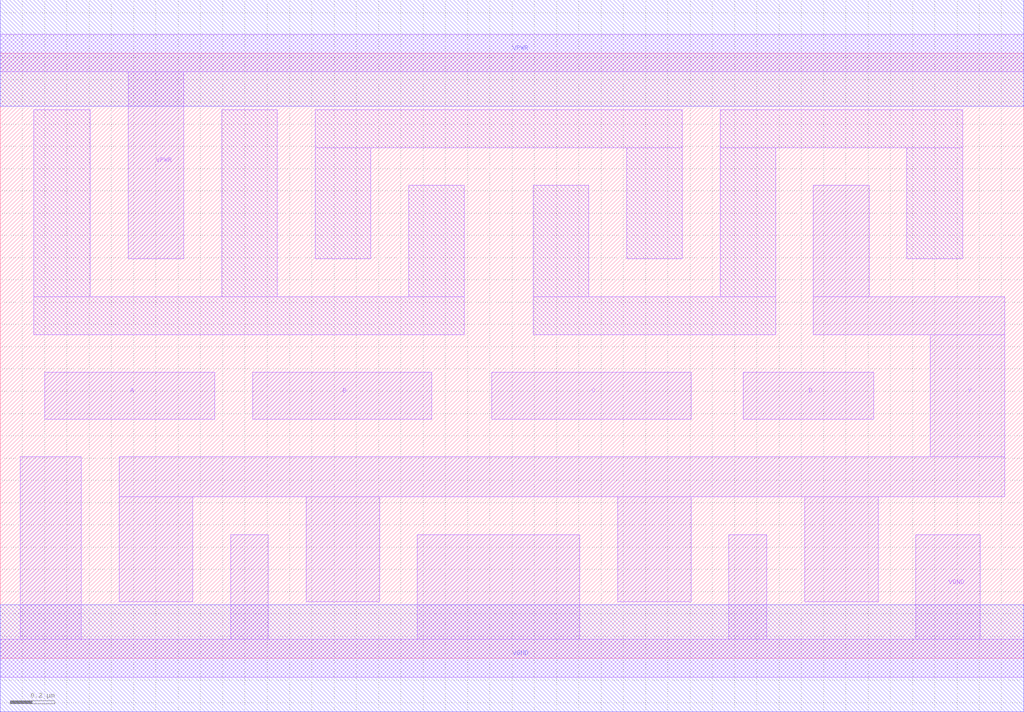
<source format=lef>
# Copyright 2020 The SkyWater PDK Authors
#
# Licensed under the Apache License, Version 2.0 (the "License");
# you may not use this file except in compliance with the License.
# You may obtain a copy of the License at
#
#     https://www.apache.org/licenses/LICENSE-2.0
#
# Unless required by applicable law or agreed to in writing, software
# distributed under the License is distributed on an "AS IS" BASIS,
# WITHOUT WARRANTIES OR CONDITIONS OF ANY KIND, either express or implied.
# See the License for the specific language governing permissions and
# limitations under the License.
#
# SPDX-License-Identifier: Apache-2.0

VERSION 5.5 ;
NAMESCASESENSITIVE ON ;
BUSBITCHARS "[]" ;
DIVIDERCHAR "/" ;
MACRO sky130_fd_sc_hd__nor4_2
  CLASS CORE ;
  SOURCE USER ;
  ORIGIN  0.000000  0.000000 ;
  SIZE  4.600000 BY  2.720000 ;
  SYMMETRY X Y R90 ;
  SITE unithd ;
  PIN A
    ANTENNAGATEAREA  0.495000 ;
    DIRECTION INPUT ;
    USE SIGNAL ;
    PORT
      LAYER li1 ;
        RECT 0.200000 1.075000 0.965000 1.285000 ;
    END
  END A
  PIN B
    ANTENNAGATEAREA  0.495000 ;
    DIRECTION INPUT ;
    USE SIGNAL ;
    PORT
      LAYER li1 ;
        RECT 1.135000 1.075000 1.940000 1.285000 ;
    END
  END B
  PIN C
    ANTENNAGATEAREA  0.495000 ;
    DIRECTION INPUT ;
    USE SIGNAL ;
    PORT
      LAYER li1 ;
        RECT 2.210000 1.075000 3.105000 1.285000 ;
    END
  END C
  PIN D
    ANTENNAGATEAREA  0.495000 ;
    DIRECTION INPUT ;
    USE SIGNAL ;
    PORT
      LAYER li1 ;
        RECT 3.340000 1.075000 3.925000 1.285000 ;
    END
  END D
  PIN Y
    ANTENNADIFFAREA  0.972000 ;
    DIRECTION OUTPUT ;
    USE SIGNAL ;
    PORT
      LAYER li1 ;
        RECT 0.535000 0.255000 0.865000 0.725000 ;
        RECT 0.535000 0.725000 4.515000 0.905000 ;
        RECT 1.375000 0.255000 1.705000 0.725000 ;
        RECT 2.775000 0.255000 3.105000 0.725000 ;
        RECT 3.615000 0.255000 3.945000 0.725000 ;
        RECT 3.655000 1.455000 4.515000 1.625000 ;
        RECT 3.655000 1.625000 3.905000 2.125000 ;
        RECT 4.180000 0.905000 4.515000 1.455000 ;
    END
  END Y
  PIN VGND
    DIRECTION INOUT ;
    SHAPE ABUTMENT ;
    USE GROUND ;
    PORT
      LAYER li1 ;
        RECT 0.000000 -0.085000 4.600000 0.085000 ;
        RECT 0.090000  0.085000 0.365000 0.905000 ;
        RECT 1.035000  0.085000 1.205000 0.555000 ;
        RECT 1.875000  0.085000 2.605000 0.555000 ;
        RECT 3.275000  0.085000 3.445000 0.555000 ;
        RECT 4.115000  0.085000 4.405000 0.555000 ;
    END
    PORT
      LAYER met1 ;
        RECT 0.000000 -0.240000 4.600000 0.240000 ;
    END
  END VGND
  PIN VPWR
    DIRECTION INOUT ;
    SHAPE ABUTMENT ;
    USE POWER ;
    PORT
      LAYER li1 ;
        RECT 0.000000 2.635000 4.600000 2.805000 ;
        RECT 0.575000 1.795000 0.825000 2.635000 ;
    END
    PORT
      LAYER met1 ;
        RECT 0.000000 2.480000 4.600000 2.960000 ;
    END
  END VPWR
  OBS
    LAYER li1 ;
      RECT 0.150000 1.455000 2.085000 1.625000 ;
      RECT 0.150000 1.625000 0.405000 2.465000 ;
      RECT 0.995000 1.625000 1.245000 2.465000 ;
      RECT 1.415000 1.795000 1.665000 2.295000 ;
      RECT 1.415000 2.295000 3.065000 2.465000 ;
      RECT 1.835000 1.625000 2.085000 2.125000 ;
      RECT 2.395000 1.455000 3.485000 1.625000 ;
      RECT 2.395000 1.625000 2.645000 2.125000 ;
      RECT 2.815000 1.795000 3.065000 2.295000 ;
      RECT 3.235000 1.625000 3.485000 2.295000 ;
      RECT 3.235000 2.295000 4.325000 2.465000 ;
      RECT 4.075000 1.795000 4.325000 2.295000 ;
  END
END sky130_fd_sc_hd__nor4_2

</source>
